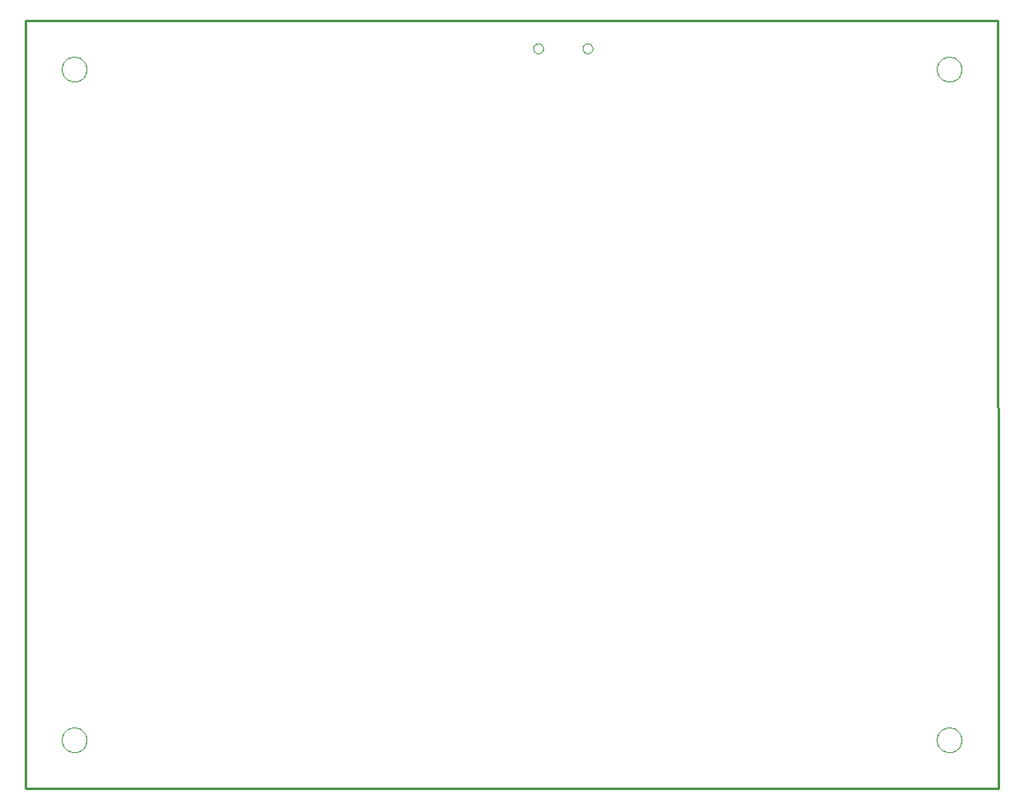
<source format=gbr>
G75*
G70*
%OFA0B0*%
%FSLAX24Y24*%
%IPPOS*%
%LPD*%
%AMOC8*
5,1,8,0,0,1.08239X$1,22.5*
%
%ADD10C,0.0100*%
%ADD11C,0.0000*%
D10*
X000151Y002338D02*
X039545Y002338D01*
X039521Y033441D01*
X000151Y033441D01*
X000151Y002338D01*
D11*
X001620Y004307D02*
X001622Y004352D01*
X001628Y004398D01*
X001639Y004442D01*
X001653Y004485D01*
X001671Y004527D01*
X001693Y004567D01*
X001718Y004605D01*
X001747Y004640D01*
X001779Y004672D01*
X001813Y004702D01*
X001851Y004728D01*
X001890Y004751D01*
X001931Y004770D01*
X001974Y004785D01*
X002018Y004797D01*
X002063Y004804D01*
X002109Y004807D01*
X002154Y004806D01*
X002199Y004801D01*
X002244Y004791D01*
X002287Y004778D01*
X002330Y004761D01*
X002370Y004740D01*
X002408Y004715D01*
X002444Y004688D01*
X002478Y004657D01*
X002508Y004623D01*
X002535Y004586D01*
X002559Y004547D01*
X002579Y004506D01*
X002595Y004464D01*
X002607Y004420D01*
X002615Y004375D01*
X002619Y004330D01*
X002619Y004284D01*
X002615Y004239D01*
X002607Y004194D01*
X002595Y004150D01*
X002579Y004108D01*
X002559Y004067D01*
X002535Y004028D01*
X002508Y003991D01*
X002478Y003957D01*
X002444Y003926D01*
X002408Y003899D01*
X002370Y003874D01*
X002330Y003853D01*
X002287Y003836D01*
X002244Y003823D01*
X002199Y003813D01*
X002154Y003808D01*
X002109Y003807D01*
X002063Y003810D01*
X002018Y003817D01*
X001974Y003829D01*
X001931Y003844D01*
X001890Y003863D01*
X001851Y003886D01*
X001813Y003912D01*
X001779Y003942D01*
X001747Y003974D01*
X001718Y004009D01*
X001693Y004047D01*
X001671Y004087D01*
X001653Y004129D01*
X001639Y004172D01*
X001628Y004216D01*
X001622Y004262D01*
X001620Y004307D01*
X001620Y031472D02*
X001622Y031517D01*
X001628Y031563D01*
X001639Y031607D01*
X001653Y031650D01*
X001671Y031692D01*
X001693Y031732D01*
X001718Y031770D01*
X001747Y031805D01*
X001779Y031837D01*
X001813Y031867D01*
X001851Y031893D01*
X001890Y031916D01*
X001931Y031935D01*
X001974Y031950D01*
X002018Y031962D01*
X002063Y031969D01*
X002109Y031972D01*
X002154Y031971D01*
X002199Y031966D01*
X002244Y031956D01*
X002287Y031943D01*
X002330Y031926D01*
X002370Y031905D01*
X002408Y031880D01*
X002444Y031853D01*
X002478Y031822D01*
X002508Y031788D01*
X002535Y031751D01*
X002559Y031712D01*
X002579Y031671D01*
X002595Y031629D01*
X002607Y031585D01*
X002615Y031540D01*
X002619Y031495D01*
X002619Y031449D01*
X002615Y031404D01*
X002607Y031359D01*
X002595Y031315D01*
X002579Y031273D01*
X002559Y031232D01*
X002535Y031193D01*
X002508Y031156D01*
X002478Y031122D01*
X002444Y031091D01*
X002408Y031064D01*
X002370Y031039D01*
X002330Y031018D01*
X002287Y031001D01*
X002244Y030988D01*
X002199Y030978D01*
X002154Y030973D01*
X002109Y030972D01*
X002063Y030975D01*
X002018Y030982D01*
X001974Y030994D01*
X001931Y031009D01*
X001890Y031028D01*
X001851Y031051D01*
X001813Y031077D01*
X001779Y031107D01*
X001747Y031139D01*
X001718Y031174D01*
X001693Y031212D01*
X001671Y031252D01*
X001653Y031294D01*
X001639Y031337D01*
X001628Y031381D01*
X001622Y031427D01*
X001620Y031472D01*
X020706Y032313D02*
X020708Y032341D01*
X020714Y032369D01*
X020724Y032396D01*
X020738Y032421D01*
X020755Y032444D01*
X020775Y032464D01*
X020798Y032481D01*
X020823Y032495D01*
X020850Y032505D01*
X020878Y032511D01*
X020906Y032513D01*
X020934Y032511D01*
X020962Y032505D01*
X020989Y032495D01*
X021014Y032481D01*
X021037Y032464D01*
X021057Y032444D01*
X021074Y032421D01*
X021088Y032396D01*
X021098Y032369D01*
X021104Y032341D01*
X021106Y032313D01*
X021104Y032285D01*
X021098Y032257D01*
X021088Y032230D01*
X021074Y032205D01*
X021057Y032182D01*
X021037Y032162D01*
X021014Y032145D01*
X020989Y032131D01*
X020962Y032121D01*
X020934Y032115D01*
X020906Y032113D01*
X020878Y032115D01*
X020850Y032121D01*
X020823Y032131D01*
X020798Y032145D01*
X020775Y032162D01*
X020755Y032182D01*
X020738Y032205D01*
X020724Y032230D01*
X020714Y032257D01*
X020708Y032285D01*
X020706Y032313D01*
X022704Y032313D02*
X022706Y032341D01*
X022712Y032369D01*
X022722Y032396D01*
X022736Y032421D01*
X022753Y032444D01*
X022773Y032464D01*
X022796Y032481D01*
X022821Y032495D01*
X022848Y032505D01*
X022876Y032511D01*
X022904Y032513D01*
X022932Y032511D01*
X022960Y032505D01*
X022987Y032495D01*
X023012Y032481D01*
X023035Y032464D01*
X023055Y032444D01*
X023072Y032421D01*
X023086Y032396D01*
X023096Y032369D01*
X023102Y032341D01*
X023104Y032313D01*
X023102Y032285D01*
X023096Y032257D01*
X023086Y032230D01*
X023072Y032205D01*
X023055Y032182D01*
X023035Y032162D01*
X023012Y032145D01*
X022987Y032131D01*
X022960Y032121D01*
X022932Y032115D01*
X022904Y032113D01*
X022876Y032115D01*
X022848Y032121D01*
X022821Y032131D01*
X022796Y032145D01*
X022773Y032162D01*
X022753Y032182D01*
X022736Y032205D01*
X022722Y032230D01*
X022712Y032257D01*
X022706Y032285D01*
X022704Y032313D01*
X037053Y031472D02*
X037055Y031517D01*
X037061Y031563D01*
X037072Y031607D01*
X037086Y031650D01*
X037104Y031692D01*
X037126Y031732D01*
X037151Y031770D01*
X037180Y031805D01*
X037212Y031837D01*
X037246Y031867D01*
X037284Y031893D01*
X037323Y031916D01*
X037364Y031935D01*
X037407Y031950D01*
X037451Y031962D01*
X037496Y031969D01*
X037542Y031972D01*
X037587Y031971D01*
X037632Y031966D01*
X037677Y031956D01*
X037720Y031943D01*
X037763Y031926D01*
X037803Y031905D01*
X037841Y031880D01*
X037877Y031853D01*
X037911Y031822D01*
X037941Y031788D01*
X037968Y031751D01*
X037992Y031712D01*
X038012Y031671D01*
X038028Y031629D01*
X038040Y031585D01*
X038048Y031540D01*
X038052Y031495D01*
X038052Y031449D01*
X038048Y031404D01*
X038040Y031359D01*
X038028Y031315D01*
X038012Y031273D01*
X037992Y031232D01*
X037968Y031193D01*
X037941Y031156D01*
X037911Y031122D01*
X037877Y031091D01*
X037841Y031064D01*
X037803Y031039D01*
X037763Y031018D01*
X037720Y031001D01*
X037677Y030988D01*
X037632Y030978D01*
X037587Y030973D01*
X037542Y030972D01*
X037496Y030975D01*
X037451Y030982D01*
X037407Y030994D01*
X037364Y031009D01*
X037323Y031028D01*
X037284Y031051D01*
X037246Y031077D01*
X037212Y031107D01*
X037180Y031139D01*
X037151Y031174D01*
X037126Y031212D01*
X037104Y031252D01*
X037086Y031294D01*
X037072Y031337D01*
X037061Y031381D01*
X037055Y031427D01*
X037053Y031472D01*
X037053Y004307D02*
X037055Y004352D01*
X037061Y004398D01*
X037072Y004442D01*
X037086Y004485D01*
X037104Y004527D01*
X037126Y004567D01*
X037151Y004605D01*
X037180Y004640D01*
X037212Y004672D01*
X037246Y004702D01*
X037284Y004728D01*
X037323Y004751D01*
X037364Y004770D01*
X037407Y004785D01*
X037451Y004797D01*
X037496Y004804D01*
X037542Y004807D01*
X037587Y004806D01*
X037632Y004801D01*
X037677Y004791D01*
X037720Y004778D01*
X037763Y004761D01*
X037803Y004740D01*
X037841Y004715D01*
X037877Y004688D01*
X037911Y004657D01*
X037941Y004623D01*
X037968Y004586D01*
X037992Y004547D01*
X038012Y004506D01*
X038028Y004464D01*
X038040Y004420D01*
X038048Y004375D01*
X038052Y004330D01*
X038052Y004284D01*
X038048Y004239D01*
X038040Y004194D01*
X038028Y004150D01*
X038012Y004108D01*
X037992Y004067D01*
X037968Y004028D01*
X037941Y003991D01*
X037911Y003957D01*
X037877Y003926D01*
X037841Y003899D01*
X037803Y003874D01*
X037763Y003853D01*
X037720Y003836D01*
X037677Y003823D01*
X037632Y003813D01*
X037587Y003808D01*
X037542Y003807D01*
X037496Y003810D01*
X037451Y003817D01*
X037407Y003829D01*
X037364Y003844D01*
X037323Y003863D01*
X037284Y003886D01*
X037246Y003912D01*
X037212Y003942D01*
X037180Y003974D01*
X037151Y004009D01*
X037126Y004047D01*
X037104Y004087D01*
X037086Y004129D01*
X037072Y004172D01*
X037061Y004216D01*
X037055Y004262D01*
X037053Y004307D01*
M02*

</source>
